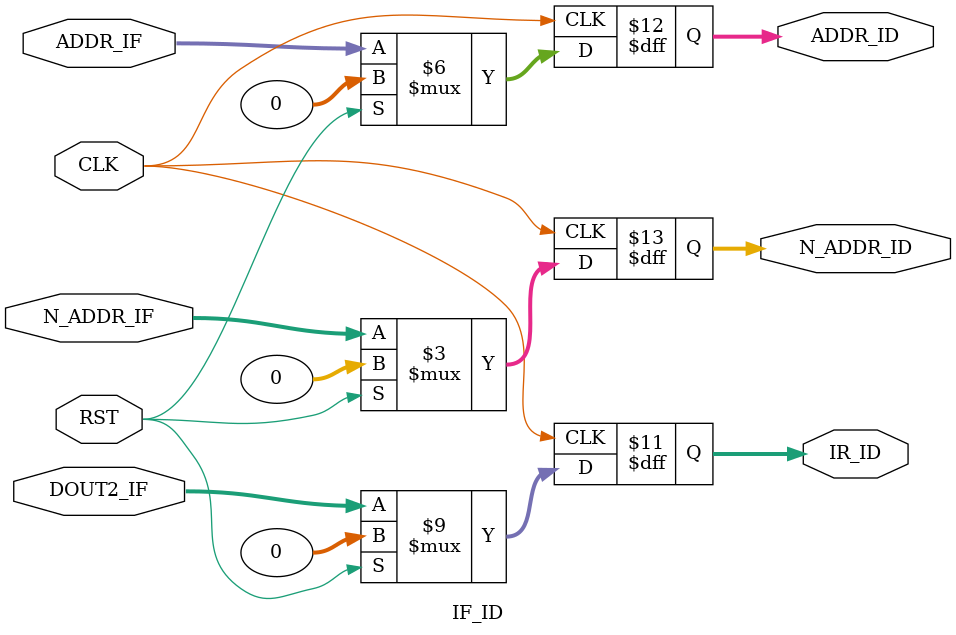
<source format=sv>
`timescale 1ns / 1ps

module IF_ID(
	input CLK,					// Clock signal
	input RST,					// Reset Signal
	input wire [31:0] DOUT2_IF,		// Instruction
	input wire [31:0] ADDR_IF,			// PC
	input wire [31:0] N_ADDR_IF,		// PC + 4
	output logic [31:0] IR_ID,
   	output logic [31:0] ADDR_ID,	
	output logic [31:0] N_ADDR_ID
	);

	// Clear registers on reset, else, save data_IF
	always_ff @ (posedge CLK)
	begin
		if(RST) 
		begin
			// Clear outputs
			IR_ID <= 0;
			ADDR_ID <= 0;
			N_ADDR_ID <= 0;
		end else
		begin
		    // Read data in 
			IR_ID <= DOUT2_IF;
			ADDR_ID = ADDR_IF;
			N_ADDR_ID = N_ADDR_IF;
		end   
	end


endmodule

</source>
